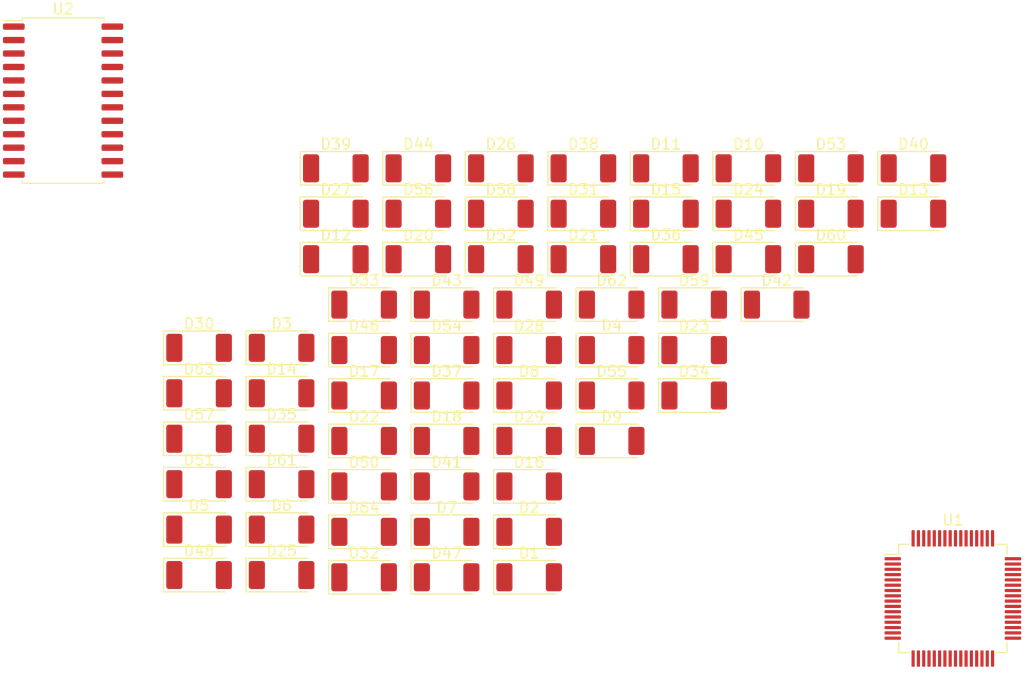
<source format=kicad_pcb>
(kicad_pcb (version 20211014) (generator pcbnew)
  (layers (0 "F.Cu" signal) (31 "B.Cu" signal) (34 "B.Paste" user) (35 "F.Paste" user) (36 "B.SilkS" user "B.Silkscreen") (37 "F.SilkS" user "F.Silkscreen") (38 "B.Mask" user) (39 "F.Mask" user) (44 "Edge.Cuts" user))
  (net 0 "")
  (net 65 "/Led Array/row0")
  (net 66 "/Led Array/col0")
  (net 67 "/Led Array/row1")
  (net 68 "/Led Array/row2")
  (net 69 "/Led Array/row3")
  (net 70 "/Led Array/row4")
  (net 71 "/Led Array/row5")
  (net 72 "/Led Array/row6")
  (net 73 "/Led Array/row7")
  (net 74 "/Led Array/col1")
  (net 75 "/Led Array/col2")
  (net 76 "/Led Array/col3")
  (net 77 "/Led Array/col4")
  (net 78 "/Led Array/col5")
  (net 79 "/Led Array/col6")
  (net 80 "/Led Array/col7")
  (net 82 "Net-(U2-Pad4)")
  (footprint "LED_SMD:LED_2010_5025Metric_Pad1.52x2.65mm_HandSolder" (layer "F.Cu") (at 86 92)
    (fp_text reference "D1" (at 0 -2.28) (layer "F.SilkS"))
    (fp_text value "LED")
    (pad "1" smd roundrect (at -2.3375 0) (size 1.525 2.65) (layers "F.Cu" "F.Paste" "F.Mask") (roundrect_rratio 0.163934) (net 65 "/Led Array/row0"))
    (pad "2" smd roundrect (at 2.3375 0) (size 1.525 2.65) (layers "F.Cu" "F.Paste" "F.Mask") (roundrect_rratio 0.163934) (net 66 "/Led Array/col0"))
  )
  (footprint "LED_SMD:LED_2010_5025Metric_Pad1.52x2.65mm_HandSolder" (layer "F.Cu") (at 86 79.13)
    (fp_text reference "D29" (at 0 -2.28) (layer "F.SilkS"))
    (fp_text value "LED")
    (pad "1" smd roundrect (at -2.3375 0) (size 1.525 2.65) (layers "F.Cu" "F.Paste" "F.Mask") (roundrect_rratio 0.163934) (net 70 "/Led Array/row4"))
    (pad "2" smd roundrect (at 2.3375 0) (size 1.525 2.65) (layers "F.Cu" "F.Paste" "F.Mask") (roundrect_rratio 0.163934) (net 76 "/Led Array/col3"))
  )
  (footprint "LED_SMD:LED_2010_5025Metric_Pad1.52x2.65mm_HandSolder" (layer "F.Cu") (at 70.42 74.84)
    (fp_text reference "D17" (at 0 -2.28) (layer "F.SilkS"))
    (fp_text value "LED")
    (pad "1" smd roundrect (at -2.3375 0) (size 1.525 2.65) (layers "F.Cu" "F.Paste" "F.Mask") (roundrect_rratio 0.163934) (net 65 "/Led Array/row0"))
    (pad "2" smd roundrect (at 2.3375 0) (size 1.525 2.65) (layers "F.Cu" "F.Paste" "F.Mask") (roundrect_rratio 0.163934) (net 75 "/Led Array/col2"))
  )
  (footprint "LED_SMD:LED_2010_5025Metric_Pad1.52x2.65mm_HandSolder" (layer "F.Cu") (at 91.12 57.68)
    (fp_text reference "D31" (at 0 -2.28) (layer "F.SilkS"))
    (fp_text value "LED")
    (pad "1" smd roundrect (at -2.3375 0) (size 1.525 2.65) (layers "F.Cu" "F.Paste" "F.Mask") (roundrect_rratio 0.163934) (net 72 "/Led Array/row6"))
    (pad "2" smd roundrect (at 2.3375 0) (size 1.525 2.65) (layers "F.Cu" "F.Paste" "F.Mask") (roundrect_rratio 0.163934) (net 76 "/Led Array/col3"))
  )
  (footprint "LED_SMD:LED_2010_5025Metric_Pad1.52x2.65mm_HandSolder" (layer "F.Cu") (at 78.21 92)
    (fp_text reference "D47" (at 0 -2.28) (layer "F.SilkS"))
    (fp_text value "LED")
    (pad "1" smd roundrect (at -2.3375 0) (size 1.525 2.65) (layers "F.Cu" "F.Paste" "F.Mask") (roundrect_rratio 0.163934) (net 72 "/Led Array/row6"))
    (pad "2" smd roundrect (at 2.3375 0) (size 1.525 2.65) (layers "F.Cu" "F.Paste" "F.Mask") (roundrect_rratio 0.163934) (net 78 "/Led Array/col5"))
  )
  (footprint "LED_SMD:LED_2010_5025Metric_Pad1.52x2.65mm_HandSolder" (layer "F.Cu") (at 62.63 91.79)
    (fp_text reference "D25" (at 0 -2.28) (layer "F.SilkS"))
    (fp_text value "LED")
    (pad "1" smd roundrect (at -2.3375 0) (size 1.525 2.65) (layers "F.Cu" "F.Paste" "F.Mask") (roundrect_rratio 0.163934) (net 65 "/Led Array/row0"))
    (pad "2" smd roundrect (at 2.3375 0) (size 1.525 2.65) (layers "F.Cu" "F.Paste" "F.Mask") (roundrect_rratio 0.163934) (net 76 "/Led Array/col3"))
  )
  (footprint "LED_SMD:LED_2010_5025Metric_Pad1.52x2.65mm_HandSolder" (layer "F.Cu") (at 78.21 83.42)
    (fp_text reference "D41" (at 0 -2.28) (layer "F.SilkS"))
    (fp_text value "LED")
    (pad "1" smd roundrect (at -2.3375 0) (size 1.525 2.65) (layers "F.Cu" "F.Paste" "F.Mask") (roundrect_rratio 0.163934) (net 65 "/Led Array/row0"))
    (pad "2" smd roundrect (at 2.3375 0) (size 1.525 2.65) (layers "F.Cu" "F.Paste" "F.Mask") (roundrect_rratio 0.163934) (net 78 "/Led Array/col5"))
  )
  (footprint "LED_SMD:LED_2010_5025Metric_Pad1.52x2.65mm_HandSolder" (layer "F.Cu") (at 83.33 57.68)
    (fp_text reference "D58" (at 0 -2.28) (layer "F.SilkS"))
    (fp_text value "LED")
    (pad "1" smd roundrect (at -2.3375 0) (size 1.525 2.65) (layers "F.Cu" "F.Paste" "F.Mask") (roundrect_rratio 0.163934) (net 67 "/Led Array/row1"))
    (pad "2" smd roundrect (at 2.3375 0) (size 1.525 2.65) (layers "F.Cu" "F.Paste" "F.Mask") (roundrect_rratio 0.163934) (net 80 "/Led Array/col7"))
  )
  (footprint "LED_SMD:LED_2010_5025Metric_Pad1.52x2.65mm_HandSolder" (layer "F.Cu") (at 75.54 57.68)
    (fp_text reference "D56" (at 0 -2.28) (layer "F.SilkS"))
    (fp_text value "LED")
    (pad "1" smd roundrect (at -2.3375 0) (size 1.525 2.65) (layers "F.Cu" "F.Paste" "F.Mask") (roundrect_rratio 0.163934) (net 73 "/Led Array/row7"))
    (pad "2" smd roundrect (at 2.3375 0) (size 1.525 2.65) (layers "F.Cu" "F.Paste" "F.Mask") (roundrect_rratio 0.163934) (net 79 "/Led Array/col6"))
  )
  (footprint "LED_SMD:LED_2010_5025Metric_Pad1.52x2.65mm_HandSolder" (layer "F.Cu") (at 78.21 74.84)
    (fp_text reference "D37" (at 0 -2.28) (layer "F.SilkS"))
    (fp_text value "LED")
    (pad "1" smd roundrect (at -2.3375 0) (size 1.525 2.65) (layers "F.Cu" "F.Paste" "F.Mask") (roundrect_rratio 0.163934) (net 70 "/Led Array/row4"))
    (pad "2" smd roundrect (at 2.3375 0) (size 1.525 2.65) (layers "F.Cu" "F.Paste" "F.Mask") (roundrect_rratio 0.163934) (net 77 "/Led Array/col4"))
  )
  (footprint "LED_SMD:LED_2010_5025Metric_Pad1.52x2.65mm_HandSolder" (layer "F.Cu") (at 75.54 61.97)
    (fp_text reference "D20" (at 0 -2.28) (layer "F.SilkS"))
    (fp_text value "LED")
    (pad "1" smd roundrect (at -2.3375 0) (size 1.525 2.65) (layers "F.Cu" "F.Paste" "F.Mask") (roundrect_rratio 0.163934) (net 69 "/Led Array/row3"))
    (pad "2" smd roundrect (at 2.3375 0) (size 1.525 2.65) (layers "F.Cu" "F.Paste" "F.Mask") (roundrect_rratio 0.163934) (net 75 "/Led Array/col2"))
  )
  (footprint "LED_SMD:LED_2010_5025Metric_Pad1.52x2.65mm_HandSolder" (layer "F.Cu") (at 54.84 83.21)
    (fp_text reference "D51" (at 0 -2.28) (layer "F.SilkS"))
    (fp_text value "LED")
    (pad "1" smd roundrect (at -2.3375 0) (size 1.525 2.65) (layers "F.Cu" "F.Paste" "F.Mask") (roundrect_rratio 0.163934) (net 68 "/Led Array/row2"))
    (pad "2" smd roundrect (at 2.3375 0) (size 1.525 2.65) (layers "F.Cu" "F.Paste" "F.Mask") (roundrect_rratio 0.163934) (net 79 "/Led Array/col6"))
  )
  (footprint "LED_SMD:LED_2010_5025Metric_Pad1.52x2.65mm_HandSolder" (layer "F.Cu") (at 106.7 61.97)
    (fp_text reference "D45" (at 0 -2.28) (layer "F.SilkS"))
    (fp_text value "LED")
    (pad "1" smd roundrect (at -2.3375 0) (size 1.525 2.65) (layers "F.Cu" "F.Paste" "F.Mask") (roundrect_rratio 0.163934) (net 70 "/Led Array/row4"))
    (pad "2" smd roundrect (at 2.3375 0) (size 1.525 2.65) (layers "F.Cu" "F.Paste" "F.Mask") (roundrect_rratio 0.163934) (net 78 "/Led Array/col5"))
  )
  (footprint "LED_SMD:LED_2010_5025Metric_Pad1.52x2.65mm_HandSolder" (layer "F.Cu") (at 114.49 57.68)
    (fp_text reference "D19" (at 0 -2.28) (layer "F.SilkS"))
    (fp_text value "LED")
    (pad "1" smd roundrect (at -2.3375 0) (size 1.525 2.65) (layers "F.Cu" "F.Paste" "F.Mask") (roundrect_rratio 0.163934) (net 68 "/Led Array/row2"))
    (pad "2" smd roundrect (at 2.3375 0) (size 1.525 2.65) (layers "F.Cu" "F.Paste" "F.Mask") (roundrect_rratio 0.163934) (net 75 "/Led Array/col2"))
  )
  (footprint "LED_SMD:LED_2010_5025Metric_Pad1.52x2.65mm_HandSolder" (layer "F.Cu") (at 109.37 66.26)
    (fp_text reference "D42" (at 0 -2.28) (layer "F.SilkS"))
    (fp_text value "LED")
    (pad "1" smd roundrect (at -2.3375 0) (size 1.525 2.65) (layers "F.Cu" "F.Paste" "F.Mask") (roundrect_rratio 0.163934) (net 67 "/Led Array/row1"))
    (pad "2" smd roundrect (at 2.3375 0) (size 1.525 2.65) (layers "F.Cu" "F.Paste" "F.Mask") (roundrect_rratio 0.163934) (net 78 "/Led Array/col5"))
  )
  (footprint "LED_SMD:LED_2010_5025Metric_Pad1.52x2.65mm_HandSolder" (layer "F.Cu") (at 114.49 61.97)
    (fp_text reference "D60" (at 0 -2.28) (layer "F.SilkS"))
    (fp_text value "LED")
    (pad "1" smd roundrect (at -2.3375 0) (size 1.525 2.65) (layers "F.Cu" "F.Paste" "F.Mask") (roundrect_rratio 0.163934) (net 69 "/Led Array/row3"))
    (pad "2" smd roundrect (at 2.3375 0) (size 1.525 2.65) (layers "F.Cu" "F.Paste" "F.Mask") (roundrect_rratio 0.163934) (net 80 "/Led Array/col7"))
  )
  (footprint "LED_SMD:LED_2010_5025Metric_Pad1.52x2.65mm_HandSolder" (layer "F.Cu") (at 54.84 91.79)
    (fp_text reference "D48" (at 0 -2.28) (layer "F.SilkS"))
    (fp_text value "LED")
    (pad "1" smd roundrect (at -2.3375 0) (size 1.525 2.65) (layers "F.Cu" "F.Paste" "F.Mask") (roundrect_rratio 0.163934) (net 73 "/Led Array/row7"))
    (pad "2" smd roundrect (at 2.3375 0) (size 1.525 2.65) (layers "F.Cu" "F.Paste" "F.Mask") (roundrect_rratio 0.163934) (net 78 "/Led Array/col5"))
  )
  (footprint "LED_SMD:LED_2010_5025Metric_Pad1.52x2.65mm_HandSolder" (layer "F.Cu") (at 93.79 70.55)
    (fp_text reference "D4" (at 0 -2.28) (layer "F.SilkS"))
    (fp_text value "LED")
    (pad "1" smd roundrect (at -2.3375 0) (size 1.525 2.65) (layers "F.Cu" "F.Paste" "F.Mask") (roundrect_rratio 0.163934) (net 69 "/Led Array/row3"))
    (pad "2" smd roundrect (at 2.3375 0) (size 1.525 2.65) (layers "F.Cu" "F.Paste" "F.Mask") (roundrect_rratio 0.163934) (net 66 "/Led Array/col0"))
  )
  (footprint "LED_SMD:LED_2010_5025Metric_Pad1.52x2.65mm_HandSolder" (layer "F.Cu") (at 98.91 57.68)
    (fp_text reference "D15" (at 0 -2.28) (layer "F.SilkS"))
    (fp_text value "LED")
    (pad "1" smd roundrect (at -2.3375 0) (size 1.525 2.65) (layers "F.Cu" "F.Paste" "F.Mask") (roundrect_rratio 0.163934) (net 72 "/Led Array/row6"))
    (pad "2" smd roundrect (at 2.3375 0) (size 1.525 2.65) (layers "F.Cu" "F.Paste" "F.Mask") (roundrect_rratio 0.163934) (net 74 "/Led Array/col1"))
  )
  (footprint "LED_SMD:LED_2010_5025Metric_Pad1.52x2.65mm_HandSolder" (layer "F.Cu") (at 67.75 53.39)
    (fp_text reference "D39" (at 0 -2.28) (layer "F.SilkS"))
    (fp_text value "LED")
    (pad "1" smd roundrect (at -2.3375 0) (size 1.525 2.65) (layers "F.Cu" "F.Paste" "F.Mask") (roundrect_rratio 0.163934) (net 72 "/Led Array/row6"))
    (pad "2" smd roundrect (at 2.3375 0) (size 1.525 2.65) (layers "F.Cu" "F.Paste" "F.Mask") (roundrect_rratio 0.163934) (net 77 "/Led Array/col4"))
  )
  (footprint "LED_SMD:LED_2010_5025Metric_Pad1.52x2.65mm_HandSolder" (layer "F.Cu") (at 70.42 79.13)
    (fp_text reference "D22" (at 0 -2.28) (layer "F.SilkS"))
    (fp_text value "LED")
    (pad "1" smd roundrect (at -2.3375 0) (size 1.525 2.65) (layers "F.Cu" "F.Paste" "F.Mask") (roundrect_rratio 0.163934) (net 71 "/Led Array/row5"))
    (pad "2" smd roundrect (at 2.3375 0) (size 1.525 2.65) (layers "F.Cu" "F.Paste" "F.Mask") (roundrect_rratio 0.163934) (net 75 "/Led Array/col2"))
  )
  (footprint "LED_SMD:LED_2010_5025Metric_Pad1.52x2.65mm_HandSolder" (layer "F.Cu") (at 93.79 66.26)
    (fp_text reference "D62" (at 0 -2.28) (layer "F.SilkS"))
    (fp_text value "LED")
    (pad "1" smd roundrect (at -2.3375 0) (size 1.525 2.65) (layers "F.Cu" "F.Paste" "F.Mask") (roundrect_rratio 0.163934) (net 71 "/Led Array/row5"))
    (pad "2" smd roundrect (at 2.3375 0) (size 1.525 2.65) (layers "F.Cu" "F.Paste" "F.Mask") (roundrect_rratio 0.163934) (net 80 "/Led Array/col7"))
  )
  (footprint "LED_SMD:LED_2010_5025Metric_Pad1.52x2.65mm_HandSolder" (layer "F.Cu") (at 54.84 70.34)
    (fp_text reference "D30" (at 0 -2.28) (layer "F.SilkS"))
    (fp_text value "LED")
    (pad "1" smd roundrect (at -2.3375 0) (size 1.525 2.65) (layers "F.Cu" "F.Paste" "F.Mask") (roundrect_rratio 0.163934) (net 71 "/Led Array/row5"))
    (pad "2" smd roundrect (at 2.3375 0) (size 1.525 2.65) (layers "F.Cu" "F.Paste" "F.Mask") (roundrect_rratio 0.163934) (net 76 "/Led Array/col3"))
  )
  (footprint "Package_SO:SOIC-24W_7.5x15.4mm_P1.27mm" (layer "F.Cu") (at 42 47)
    (fp_text reference "U2" (at 0 -8.65) (layer "F.SilkS"))
    (fp_text value "MAX7219")
    (pad "1" smd roundrect (at -4.65 -6.985) (size 2.05 0.6) (layers "F.Cu" "F.Paste" "F.Mask"))
    (pad "2" smd roundrect (at -4.65 -5.715) (size 2.05 0.6) (layers "F.Cu" "F.Paste" "F.Mask") (net 66 "/Led Array/col0"))
    (pad "3" smd roundrect (at -4.65 -4.445) (size 2.05 0.6) (layers "F.Cu" "F.Paste" "F.Mask") (net 77 "/Led Array/col4"))
    (pad "4" smd roundrect (at -4.65 -3.175) (size 2.05 0.6) (layers "F.Cu" "F.Paste" "F.Mask") (net 82 "Net-(U2-Pad4)"))
    (pad "5" smd roundrect (at -4.65 -1.905) (size 2.05 0.6) (layers "F.Cu" "F.Paste" "F.Mask") (net 79 "/Led Array/col6"))
    (pad "6" smd roundrect (at -4.65 -0.635) (size 2.05 0.6) (layers "F.Cu" "F.Paste" "F.Mask") (net 75 "/Led Array/col2"))
    (pad "7" smd roundrect (at -4.65 0.635) (size 2.05 0.6) (layers "F.Cu" "F.Paste" "F.Mask") (net 76 "/Led Array/col3"))
    (pad "8" smd roundrect (at -4.65 1.905) (size 2.05 0.6) (layers "F.Cu" "F.Paste" "F.Mask") (net 80 "/Led Array/col7"))
    (pad "9" smd roundrect (at -4.65 3.175) (size 2.05 0.6) (layers "F.Cu" "F.Paste" "F.Mask") (net 82 "Net-(U2-Pad4)"))
    (pad "10" smd roundrect (at -4.65 4.445) (size 2.05 0.6) (layers "F.Cu" "F.Paste" "F.Mask") (net 78 "/Led Array/col5"))
    (pad "11" smd roundrect (at -4.65 5.715) (size 2.05 0.6) (layers "F.Cu" "F.Paste" "F.Mask") (net 74 "/Led Array/col1"))
    (pad "12" smd roundrect (at -4.65 6.985) (size 2.05 0.6) (layers "F.Cu" "F.Paste" "F.Mask"))
    (pad "13" smd roundrect (at 4.65 6.985) (size 2.05 0.6) (layers "F.Cu" "F.Paste" "F.Mask"))
    (pad "14" smd roundrect (at 4.65 5.715) (size 2.05 0.6) (layers "F.Cu" "F.Paste" "F.Mask") (net 65 "/Led Array/row0"))
    (pad "15" smd roundrect (at 4.65 4.445) (size 2.05 0.6) (layers "F.Cu" "F.Paste" "F.Mask") (net 71 "/Led Array/row5"))
    (pad "16" smd roundrect (at 4.65 3.175) (size 2.05 0.6) (layers "F.Cu" "F.Paste" "F.Mask") (net 67 "/Led Array/row1"))
    (pad "17" smd roundrect (at 4.65 1.905) (size 2.05 0.6) (layers "F.Cu" "F.Paste" "F.Mask") (net 72 "/Led Array/row6"))
    (pad "18" smd roundrect (at 4.65 0.635) (size 2.05 0.6) (layers "F.Cu" "F.Paste" "F.Mask"))
    (pad "19" smd roundrect (at 4.65 -0.635) (size 2.05 0.6) (layers "F.Cu" "F.Paste" "F.Mask"))
    (pad "20" smd roundrect (at 4.65 -1.905) (size 2.05 0.6) (layers "F.Cu" "F.Paste" "F.Mask") (net 68 "/Led Array/row2"))
    (pad "21" smd roundrect (at 4.65 -3.175) (size 2.05 0.6) (layers "F.Cu" "F.Paste" "F.Mask") (net 70 "/Led Array/row4"))
    (pad "22" smd roundrect (at 4.65 -4.445) (size 2.05 0.6) (layers "F.Cu" "F.Paste" "F.Mask") (net 73 "/Led Array/row7"))
    (pad "23" smd roundrect (at 4.65 -5.715) (size 2.05 0.6) (layers "F.Cu" "F.Paste" "F.Mask") (net 69 "/Led Array/row3"))
    (pad "24" smd roundrect (at 4.65 -6.985) (size 2.05 0.6) (layers "F.Cu" "F.Paste" "F.Mask"))
  )
  (footprint "LED_SMD:LED_2010_5025Metric_Pad1.52x2.65mm_HandSolder" (layer "F.Cu") (at 114.49 53.39)
    (fp_text reference "D53" (at 0 -2.28) (layer "F.SilkS"))
    (fp_text value "LED")
    (pad "1" smd roundrect (at -2.3375 0) (size 1.525 2.65) (layers "F.Cu" "F.Paste" "F.Mask") (roundrect_rratio 0.163934) (net 70 "/Led Array/row4"))
    (pad "2" smd roundrect (at 2.3375 0) (size 1.525 2.65) (layers "F.Cu" "F.Paste" "F.Mask") (roundrect_rratio 0.163934) (net 79 "/Led Array/col6"))
  )
  (footprint "LED_SMD:LED_2010_5025Metric_Pad1.52x2.65mm_HandSolder" (layer "F.Cu") (at 70.42 83.42)
    (fp_text reference "D50" (at 0 -2.28) (layer "F.SilkS"))
    (fp_text value "LED")
    (pad "1" smd roundrect (at -2.3375 0) (size 1.525 2.65) (layers "F.Cu" "F.Paste" "F.Mask") (roundrect_rratio 0.163934) (net 67 "/Led Array/row1"))
    (pad "2" smd roundrect (at 2.3375 0) (size 1.525 2.65) (layers "F.Cu" "F.Paste" "F.Mask") (roundrect_rratio 0.163934) (net 79 "/Led Array/col6"))
  )
  (footprint "LED_SMD:LED_2010_5025Metric_Pad1.52x2.65mm_HandSolder" (layer "F.Cu") (at 62.63 74.63)
    (fp_text reference "D14" (at 0 -2.28) (layer "F.SilkS"))
    (fp_text value "LED")
    (pad "1" smd roundrect (at -2.3375 0) (size 1.525 2.65) (layers "F.Cu" "F.Paste" "F.Mask") (roundrect_rratio 0.163934) (net 71 "/Led Array/row5"))
    (pad "2" smd roundrect (at 2.3375 0) (size 1.525 2.65) (layers "F.Cu" "F.Paste" "F.Mask") (roundrect_rratio 0.163934) (net 74 "/Led Array/col1"))
  )
  (footprint "LED_SMD:LED_2010_5025Metric_Pad1.52x2.65mm_HandSolder" (layer "F.Cu") (at 75.54 53.39)
    (fp_text reference "D44" (at 0 -2.28) (layer "F.SilkS"))
    (fp_text value "LED")
    (pad "1" smd roundrect (at -2.3375 0) (size 1.525 2.65) (layers "F.Cu" "F.Paste" "F.Mask") (roundrect_rratio 0.163934) (net 69 "/Led Array/row3"))
    (pad "2" smd roundrect (at 2.3375 0) (size 1.525 2.65) (layers "F.Cu" "F.Paste" "F.Mask") (roundrect_rratio 0.163934) (net 78 "/Led Array/col5"))
  )
  (footprint "LED_SMD:LED_2010_5025Metric_Pad1.52x2.65mm_HandSolder" (layer "F.Cu") (at 78.21 66.26)
    (fp_text reference "D43" (at 0 -2.28) (layer "F.SilkS"))
    (fp_text value "LED")
    (pad "1" smd roundrect (at -2.3375 0) (size 1.525 2.65) (layers "F.Cu" "F.Paste" "F.Mask") (roundrect_rratio 0.163934) (net 68 "/Led Array/row2"))
    (pad "2" smd roundrect (at 2.3375 0) (size 1.525 2.65) (layers "F.Cu" "F.Paste" "F.Mask") (roundrect_rratio 0.163934) (net 78 "/Led Array/col5"))
  )
  (footprint "LED_SMD:LED_2010_5025Metric_Pad1.52x2.65mm_HandSolder" (layer "F.Cu") (at 98.91 53.39)
    (fp_text reference "D11" (at 0 -2.28) (layer "F.SilkS"))
    (fp_text value "LED")
    (pad "1" smd roundrect (at -2.3375 0) (size 1.525 2.65) (layers "F.Cu" "F.Paste" "F.Mask") (roundrect_rratio 0.163934) (net 68 "/Led Array/row2"))
    (pad "2" smd roundrect (at 2.3375 0) (size 1.525 2.65) (layers "F.Cu" "F.Paste" "F.Mask") (roundrect_rratio 0.163934) (net 74 "/Led Array/col1"))
  )
  (footprint "LED_SMD:LED_2010_5025Metric_Pad1.52x2.65mm_HandSolder" (layer "F.Cu") (at 98.91 61.97)
    (fp_text reference "D36" (at 0 -2.28) (layer "F.SilkS"))
    (fp_text value "LED")
    (pad "1" smd roundrect (at -2.3375 0) (size 1.525 2.65) (layers "F.Cu" "F.Paste" "F.Mask") (roundrect_rratio 0.163934) (net 69 "/Led Array/row3"))
    (pad "2" smd roundrect (at 2.3375 0) (size 1.525 2.65) (layers "F.Cu" "F.Paste" "F.Mask") (roundrect_rratio 0.163934) (net 77 "/Led Array/col4"))
  )
  (footprint "LED_SMD:LED_2010_5025Metric_Pad1.52x2.65mm_HandSolder" (layer "F.Cu") (at 86 74.84)
    (fp_text reference "D8" (at 0 -2.28) (layer "F.SilkS"))
    (fp_text value "LED")
    (pad "1" smd roundrect (at -2.3375 0) (size 1.525 2.65) (layers "F.Cu" "F.Paste" "F.Mask") (roundrect_rratio 0.163934) (net 73 "/Led Array/row7"))
    (pad "2" smd roundrect (at 2.3375 0) (size 1.525 2.65) (layers "F.Cu" "F.Paste" "F.Mask") (roundrect_rratio 0.163934) (net 66 "/Led Array/col0"))
  )
  (footprint "LED_SMD:LED_2010_5025Metric_Pad1.52x2.65mm_HandSolder" (layer "F.Cu") (at 106.7 53.39)
    (fp_text reference "D10" (at 0 -2.28) (layer "F.SilkS"))
    (fp_text value "LED")
    (pad "1" smd roundrect (at -2.3375 0) (size 1.525 2.65) (layers "F.Cu" "F.Paste" "F.Mask") (roundrect_rratio 0.163934) (net 67 "/Led Array/row1"))
    (pad "2" smd roundrect (at 2.3375 0) (size 1.525 2.65) (layers "F.Cu" "F.Paste" "F.Mask") (roundrect_rratio 0.163934) (net 74 "/Led Array/col1"))
  )
  (footprint "LED_SMD:LED_2010_5025Metric_Pad1.52x2.65mm_HandSolder" (layer "F.Cu") (at 86 66.26)
    (fp_text reference "D49" (at 0 -2.28) (layer "F.SilkS"))
    (fp_text value "LED")
    (pad "1" smd roundrect (at -2.3375 0) (size 1.525 2.65) (layers "F.Cu" "F.Paste" "F.Mask") (roundrect_rratio 0.163934) (net 65 "/Led Array/row0"))
    (pad "2" smd roundrect (at 2.3375 0) (size 1.525 2.65) (layers "F.Cu" "F.Paste" "F.Mask") (roundrect_rratio 0.163934) (net 79 "/Led Array/col6"))
  )
  (footprint "LED_SMD:LED_2010_5025Metric_Pad1.52x2.65mm_HandSolder" (layer "F.Cu") (at 86 87.71)
    (fp_text reference "D2" (at 0 -2.28) (layer "F.SilkS"))
    (fp_text value "LED")
    (pad "1" smd roundrect (at -2.3375 0) (size 1.525 2.65) (layers "F.Cu" "F.Paste" "F.Mask") (roundrect_rratio 0.163934) (net 67 "/Led Array/row1"))
    (pad "2" smd roundrect (at 2.3375 0) (size 1.525 2.65) (layers "F.Cu" "F.Paste" "F.Mask") (roundrect_rratio 0.163934) (net 66 "/Led Array/col0"))
  )
  (footprint "LED_SMD:LED_2010_5025Metric_Pad1.52x2.65mm_HandSolder" (layer "F.Cu") (at 83.33 61.97)
    (fp_text reference "D52" (at 0 -2.28) (layer "F.SilkS"))
    (fp_text value "LED")
    (pad "1" smd roundrect (at -2.3375 0) (size 1.525 2.65) (layers "F.Cu" "F.Paste" "F.Mask") (roundrect_rratio 0.163934) (net 69 "/Led Array/row3"))
    (pad "2" smd roundrect (at 2.3375 0) (size 1.525 2.65) (layers "F.Cu" "F.Paste" "F.Mask") (roundrect_rratio 0.163934) (net 79 "/Led Array/col6"))
  )
  (footprint "LED_SMD:LED_2010_5025Metric_Pad1.52x2.65mm_HandSolder" (layer "F.Cu") (at 70.42 92)
    (fp_text reference "D32" (at 0 -2.28) (layer "F.SilkS"))
    (fp_text value "LED")
    (pad "1" smd roundrect (at -2.3375 0) (size 1.525 2.65) (layers "F.Cu" "F.Paste" "F.Mask") (roundrect_rratio 0.163934) (net 73 "/Led Array/row7"))
    (pad "2" smd roundrect (at 2.3375 0) (size 1.525 2.65) (layers "F.Cu" "F.Paste" "F.Mask") (roundrect_rratio 0.163934) (net 76 "/Led Array/col3"))
  )
  (footprint "LED_SMD:LED_2010_5025Metric_Pad1.52x2.65mm_HandSolder" (layer "F.Cu") (at 67.75 61.97)
    (fp_text reference "D12" (at 0 -2.28) (layer "F.SilkS"))
    (fp_text value "LED")
    (pad "1" smd roundrect (at -2.3375 0) (size 1.525 2.65) (layers "F.Cu" "F.Paste" "F.Mask") (roundrect_rratio 0.163934) (net 69 "/Led Array/row3"))
    (pad "2" smd roundrect (at 2.3375 0) (size 1.525 2.65) (layers "F.Cu" "F.Paste" "F.Mask") (roundrect_rratio 0.163934) (net 74 "/Led Array/col1"))
  )
  (footprint "LED_SMD:LED_2010_5025Metric_Pad1.52x2.65mm_HandSolder" (layer "F.Cu") (at 78.21 79.13)
    (fp_text reference "D18" (at 0 -2.28) (layer "F.SilkS"))
    (fp_text value "LED")
    (pad "1" smd roundrect (at -2.3375 0) (size 1.525 2.65) (layers "F.Cu" "F.Paste" "F.Mask") (roundrect_rratio 0.163934) (net 67 "/Led Array/row1"))
    (pad "2" smd roundrect (at 2.3375 0) (size 1.525 2.65) (layers "F.Cu" "F.Paste" "F.Mask") (roundrect_rratio 0.163934) (net 75 "/Led Array/col2"))
  )
  (footprint "LED_SMD:LED_2010_5025Metric_Pad1.52x2.65mm_HandSolder" (layer "F.Cu") (at 93.79 79.13)
    (fp_text reference "D9" (at 0 -2.28) (layer "F.SilkS"))
    (fp_text value "LED")
    (pad "1" smd roundrect (at -2.3375 0) (size 1.525 2.65) (layers "F.Cu" "F.Paste" "F.Mask") (roundrect_rratio 0.163934) (net 65 "/Led Array/row0"))
    (pad "2" smd roundrect (at 2.3375 0) (size 1.525 2.65) (layers "F.Cu" "F.Paste" "F.Mask") (roundrect_rratio 0.163934) (net 74 "/Led Array/col1"))
  )
  (footprint "LED_SMD:LED_2010_5025Metric_Pad1.52x2.65mm_HandSolder" (layer "F.Cu") (at 62.63 87.5)
    (fp_text reference "D6" (at 0 -2.28) (layer "F.SilkS"))
    (fp_text value "LED")
    (pad "1" smd roundrect (at -2.3375 0) (size 1.525 2.65) (layers "F.Cu" "F.Paste" "F.Mask") (roundrect_rratio 0.163934) (net 71 "/Led Array/row5"))
    (pad "2" smd roundrect (at 2.3375 0) (size 1.525 2.65) (layers "F.Cu" "F.Paste" "F.Mask") (roundrect_rratio 0.163934) (net 66 "/Led Array/col0"))
  )
  (footprint "LED_SMD:LED_2010_5025Metric_Pad1.52x2.65mm_HandSolder" (layer "F.Cu") (at 78.21 87.71)
    (fp_text reference "D7" (at 0 -2.28) (layer "F.SilkS"))
    (fp_text value "LED")
    (pad "1" smd roundrect (at -2.3375 0) (size 1.525 2.65) (layers "F.Cu" "F.Paste" "F.Mask") (roundrect_rratio 0.163934) (net 72 "/Led Array/row6"))
    (pad "2" smd roundrect (at 2.3375 0) (size 1.525 2.65) (layers "F.Cu" "F.Paste" "F.Mask") (roundrect_rratio 0.163934) (net 66 "/Led Array/col0"))
  )
  (footprint "LED_SMD:LED_2010_5025Metric_Pad1.52x2.65mm_HandSolder" (layer "F.Cu") (at 91.12 61.97)
    (fp_text reference "D21" (at 0 -2.28) (layer "F.SilkS"))
    (fp_text value "LED")
    (pad "1" smd roundrect (at -2.3375 0) (size 1.525 2.65) (layers "F.Cu" "F.Paste" "F.Mask") (roundrect_rratio 0.163934) (net 70 "/Led Array/row4"))
    (pad "2" smd roundrect (at 2.3375 0) (size 1.525 2.65) (layers "F.Cu" "F.Paste" "F.Mask") (roundrect_rratio 0.163934) (net 75 "/Led Array/col2"))
  )
  (footprint "LED_SMD:LED_2010_5025Metric_Pad1.52x2.65mm_HandSolder" (layer "F.Cu") (at 78.21 70.55)
    (fp_text reference "D54" (at 0 -2.28) (layer "F.SilkS"))
    (fp_text value "LED")
    (pad "1" smd roundrect (at -2.3375 0) (size 1.525 2.65) (layers "F.Cu" "F.Paste" "F.Mask") (roundrect_rratio 0.163934) (net 71 "/Led Array/row5"))
    (pad "2" smd roundrect (at 2.3375 0) (size 1.525 2.65) (layers "F.Cu" "F.Paste" "F.Mask") (roundrect_rratio 0.163934) (net 79 "/Led Array/col6"))
  )
  (footprint "LED_SMD:LED_2010_5025Metric_Pad1.52x2.65mm_HandSolder" (layer "F.Cu") (at 70.42 70.55)
    (fp_text reference "D46" (at 0 -2.28) (layer "F.SilkS"))
    (fp_text value "LED")
    (pad "1" smd roundrect (at -2.3375 0) (size 1.525 2.65) (layers "F.Cu" "F.Paste" "F.Mask") (roundrect_rratio 0.163934) (net 71 "/Led Array/row5"))
    (pad "2" smd roundrect (at 2.3375 0) (size 1.525 2.65) (layers "F.Cu" "F.Paste" "F.Mask") (roundrect_rratio 0.163934) (net 78 "/Led Array/col5"))
  )
  (footprint "LED_SMD:LED_2010_5025Metric_Pad1.52x2.65mm_HandSolder" (layer "F.Cu") (at 70.42 66.26)
    (fp_text reference "D33" (at 0 -2.28) (layer "F.SilkS"))
    (fp_text value "LED")
    (pad "1" smd roundrect (at -2.3375 0) (size 1.525 2.65) (layers "F.Cu" "F.Paste" "F.Mask") (roundrect_rratio 0.163934) (net 65 "/Led Array/row0"))
    (pad "2" smd roundrect (at 2.3375 0) (size 1.525 2.65) (layers "F.Cu" "F.Paste" "F.Mask") (roundrect_rratio 0.163934) (net 77 "/Led Array/col4"))
  )
  (footprint "LED_SMD:LED_2010_5025Metric_Pad1.52x2.65mm_HandSolder" (layer "F.Cu") (at 106.7 57.68)
    (fp_text reference "D24" (at 0 -2.28) (layer "F.SilkS"))
    (fp_text value "LED")
    (pad "1" smd roundrect (at -2.3375 0) (size 1.525 2.65) (layers "F.Cu" "F.Paste" "F.Mask") (roundrect_rratio 0.163934) (net 73 "/Led Array/row7"))
    (pad "2" smd roundrect (at 2.3375 0) (size 1.525 2.65) (layers "F.Cu" "F.Paste" "F.Mask") (roundrect_rratio 0.163934) (net 75 "/Led Array/col2"))
  )
  (footprint "LED_SMD:LED_2010_5025Metric_Pad1.52x2.65mm_HandSolder" (layer "F.Cu") (at 54.84 74.63)
    (fp_text reference "D63" (at 0 -2.28) (layer "F.SilkS"))
    (fp_text value "LED")
    (pad "1" smd roundrect (at -2.3375 0) (size 1.525 2.65) (layers "F.Cu" "F.Paste" "F.Mask") (roundrect_rratio 0.163934) (net 72 "/Led Array/row6"))
    (pad "2" smd roundrect (at 2.3375 0) (size 1.525 2.65) (layers "F.Cu" "F.Paste" "F.Mask") (roundrect_rratio 0.163934) (net 80 "/Led Array/col7"))
  )
  (footprint "LED_SMD:LED_2010_5025Metric_Pad1.52x2.65mm_HandSolder" (layer "F.Cu") (at 86 70.55)
    (fp_text reference "D28" (at 0 -2.28) (layer "F.SilkS"))
    (fp_text value "LED")
    (pad "1" smd roundrect (at -2.3375 0) (size 1.525 2.65) (layers "F.Cu" "F.Paste" "F.Mask") (roundrect_rratio 0.163934) (net 69 "/Led Array/row3"))
    (pad "2" smd roundrect (at 2.3375 0) (size 1.525 2.65) (layers "F.Cu" "F.Paste" "F.Mask") (roundrect_rratio 0.163934) (net 76 "/Led Array/col3"))
  )
  (footprint "LED_SMD:LED_2010_5025Metric_Pad1.52x2.65mm_HandSolder" (layer "F.Cu") (at 62.63 83.21)
    (fp_text reference "D61" (at 0 -2.28) (layer "F.SilkS"))
    (fp_text value "LED")
    (pad "1" smd roundrect (at -2.3375 0) (size 1.525 2.65) (layers "F.Cu" "F.Paste" "F.Mask") (roundrect_rratio 0.163934) (net 70 "/Led Array/row4"))
    (pad "2" smd roundrect (at 2.3375 0) (size 1.525 2.65) (layers "F.Cu" "F.Paste" "F.Mask") (roundrect_rratio 0.163934) (net 80 "/Led Array/col7"))
  )
  (footprint "LED_SMD:LED_2010_5025Metric_Pad1.52x2.65mm_HandSolder" (layer "F.Cu") (at 122.28 57.68)
    (fp_text reference "D13" (at 0 -2.28) (layer "F.SilkS"))
    (fp_text value "LED")
    (pad "1" smd roundrect (at -2.3375 0) (size 1.525 2.65) (layers "F.Cu" "F.Paste" "F.Mask") (roundrect_rratio 0.163934) (net 70 "/Led Array/row4"))
    (pad "2" smd roundrect (at 2.3375 0) (size 1.525 2.65) (layers "F.Cu" "F.Paste" "F.Mask") (roundrect_rratio 0.163934) (net 74 "/Led Array/col1"))
  )
  (footprint "LED_SMD:LED_2010_5025Metric_Pad1.52x2.65mm_HandSolder" (layer "F.Cu") (at 54.84 87.5)
    (fp_text reference "D5" (at 0 -2.28) (layer "F.SilkS"))
    (fp_text value "LED")
    (pad "1" smd roundrect (at -2.3375 0) (size 1.525 2.65) (layers "F.Cu" "F.Paste" "F.Mask") (roundrect_rratio 0.163934) (net 70 "/Led Array/row4"))
    (pad "2" smd roundrect (at 2.3375 0) (size 1.525 2.65) (layers "F.Cu" "F.Paste" "F.Mask") (roundrect_rratio 0.163934) (net 66 "/Led Array/col0"))
  )
  (footprint "LED_SMD:LED_2010_5025Metric_Pad1.52x2.65mm_HandSolder" (layer "F.Cu") (at 86 83.42)
    (fp_text reference "D16" (at 0 -2.28) (layer "F.SilkS"))
    (fp_text value "LED")
    (pad "1" smd roundrect (at -2.3375 0) (size 1.525 2.65) (layers "F.Cu" "F.Paste" "F.Mask") (roundrect_rratio 0.163934) (net 73 "/Led Array/row7"))
    (pad "2" smd roundrect (at 2.3375 0) (size 1.525 2.65) (layers "F.Cu" "F.Paste" "F.Mask") (roundrect_rratio 0.163934) (net 74 "/Led Array/col1"))
  )
  (footprint "LED_SMD:LED_2010_5025Metric_Pad1.52x2.65mm_HandSolder" (layer "F.Cu") (at 62.63 70.34)
    (fp_text reference "D3" (at 0 -2.28) (layer "F.SilkS"))
    (fp_text value "LED")
    (pad "1" smd roundrect (at -2.3375 0) (size 1.525 2.65) (layers "F.Cu" "F.Paste" "F.Mask") (roundrect_rratio 0.163934) (net 68 "/Led Array/row2"))
    (pad "2" smd roundrect (at 2.3375 0) (size 1.525 2.65) (layers "F.Cu" "F.Paste" "F.Mask") (roundrect_rratio 0.163934) (net 66 "/Led Array/col0"))
  )
  (footprint "LED_SMD:LED_2010_5025Metric_Pad1.52x2.65mm_HandSolder" (layer "F.Cu") (at 101.58 74.84)
    (fp_text reference "D34" (at 0 -2.28) (layer "F.SilkS"))
    (fp_text value "LED")
    (pad "1" smd roundrect (at -2.3375 0) (size 1.525 2.65) (layers "F.Cu" "F.Paste" "F.Mask") (roundrect_rratio 0.163934) (net 67 "/Led Array/row1"))
    (pad "2" smd roundrect (at 2.3375 0) (size 1.525 2.65) (layers "F.Cu" "F.Paste" "F.Mask") (roundrect_rratio 0.163934) (net 77 "/Led Array/col4"))
  )
  (footprint "LED_SMD:LED_2010_5025Metric_Pad1.52x2.65mm_HandSolder" (layer "F.Cu") (at 70.42 87.71)
    (fp_text reference "D64" (at 0 -2.28) (layer "F.SilkS"))
    (fp_text value "LED")
    (pad "1" smd roundrect (at -2.3375 0) (size 1.525 2.65) (layers "F.Cu" "F.Paste" "F.Mask") (roundrect_rratio 0.163934) (net 73 "/Led Array/row7"))
    (pad "2" smd roundrect (at 2.3375 0) (size 1.525 2.65) (layers "F.Cu" "F.Paste" "F.Mask") (roundrect_rratio 0.163934) (net 80 "/Led Array/col7"))
  )
  (footprint "LED_SMD:LED_2010_5025Metric_Pad1.52x2.65mm_HandSolder" (layer "F.Cu") (at 122.28 53.39)
    (fp_text reference "D40" (at 0 -2.28) (layer "F.SilkS"))
    (fp_text value "LED")
    (pad "1" smd roundrect (at -2.3375 0) (size 1.525 2.65) (layers "F.Cu" "F.Paste" "F.Mask") (roundrect_rratio 0.163934) (net 73 "/Led Array/row7"))
    (pad "2" smd roundrect (at 2.3375 0) (size 1.525 2.65) (layers "F.Cu" "F.Paste" "F.Mask") (roundrect_rratio 0.163934) (net 77 "/Led Array/col4"))
  )
  (footprint "LED_SMD:LED_2010_5025Metric_Pad1.52x2.65mm_HandSolder" (layer "F.Cu") (at 101.58 66.26)
    (fp_text reference "D59" (at 0 -2.28) (layer "F.SilkS"))
    (fp_text value "LED")
    (pad "1" smd roundrect (at -2.3375 0) (size 1.525 2.65) (layers "F.Cu" "F.Paste" "F.Mask") (roundrect_rratio 0.163934) (net 68 "/Led Array/row2"))
    (pad "2" smd roundrect (at 2.3375 0) (size 1.525 2.65) (layers "F.Cu" "F.Paste" "F.Mask") (roundrect_rratio 0.163934) (net 80 "/Led Array/col7"))
  )
  (footprint "LED_SMD:LED_2010_5025Metric_Pad1.52x2.65mm_HandSolder" (layer "F.Cu") (at 83.33 53.39)
    (fp_text reference "D26" (at 0 -2.28) (layer "F.SilkS"))
    (fp_text value "LED")
    (pad "1" smd roundrect (at -2.3375 0) (size 1.525 2.65) (layers "F.Cu" "F.Paste" "F.Mask") (roundrect_rratio 0.163934) (net 67 "/Led Array/row1"))
    (pad "2" smd roundrect (at 2.3375 0) (size 1.525 2.65) (layers "F.Cu" "F.Paste" "F.Mask") (roundrect_rratio 0.163934) (net 76 "/Led Array/col3"))
  )
  (footprint "LED_SMD:LED_2010_5025Metric_Pad1.52x2.65mm_HandSolder" (layer "F.Cu") (at 67.75 57.68)
    (fp_text reference "D27" (at 0 -2.28) (layer "F.SilkS"))
    (fp_text value "LED")
    (pad "1" smd roundrect (at -2.3375 0) (size 1.525 2.65) (layers "F.Cu" "F.Paste" "F.Mask") (roundrect_rratio 0.163934) (net 68 "/Led Array/row2"))
    (pad "2" smd roundrect (at 2.3375 0) (size 1.525 2.65) (layers "F.Cu" "F.Paste" "F.Mask") (roundrect_rratio 0.163934) (net 76 "/Led Array/col3"))
  )
  (footprint "Package_QFP:LQFP-64_10x10mm_P0.5mm" (layer "F.Cu") (at 126 94)
    (fp_text reference "U1" (at 0 -7.4) (layer "F.SilkS"))
    (fp_text value "STM32F303RCTx")
    (pad "1" smd roundrect (at -5.675 -3.75) (size 1.55 0.3) (layers "F.Cu" "F.Paste" "F.Mask"))
    (pad "2" smd roundrect (at -5.675 -3.25) (size 1.55 0.3) (layers "F.Cu" "F.Paste" "F.Mask"))
    (pad "3" smd roundrect (at -5.675 -2.75) (size 1.55 0.3) (layers "F.Cu" "F.Paste" "F.Mask"))
    (pad "4" smd roundrect (at -5.675 -2.25) (size 1.55 0.3) (layers "F.Cu" "F.Paste" "F.Mask"))
    (pad "5" smd roundrect (at -5.675 -1.75) (size 1.55 0.3) (layers "F.Cu" "F.Paste" "F.Mask"))
    (pad "6" smd roundrect (at -5.675 -1.25) (size 1.55 0.3) (layers "F.Cu" "F.Paste" "F.Mask"))
    (pad "7" smd roundrect (at -5.675 -0.75) (size 1.55 0.3) (layers "F.Cu" "F.Paste" "F.Mask"))
    (pad "8" smd roundrect (at -5.675 -0.25) (size 1.55 0.3) (layers "F.Cu" "F.Paste" "F.Mask"))
    (pad "9" smd roundrect (at -5.675 0.25) (size 1.55 0.3) (layers "F.Cu" "F.Paste" "F.Mask"))
    (pad "10" smd roundrect (at -5.675 0.75) (size 1.55 0.3) (layers "F.Cu" "F.Paste" "F.Mask"))
    (pad "11" smd roundrect (at -5.675 1.25) (size 1.55 0.3) (layers "F.Cu" "F.Paste" "F.Mask"))
    (pad "12" smd roundrect (at -5.675 1.75) (size 1.55 0.3) (layers "F.Cu" "F.Paste" "F.Mask"))
    (pad "13" smd roundrect (at -5.675 2.25) (size 1.55 0.3) (layers "F.Cu" "F.Paste" "F.Mask"))
    (pad "14" smd roundrect (at -5.675 2.75) (size 1.55 0.3) (layers "F.Cu" "F.Paste" "F.Mask"))
    (pad "15" smd roundrect (at -5.675 3.25) (size 1.55 0.3) (layers "F.Cu" "F.Paste" "F.Mask"))
    (pad "16" smd roundrect (at -5.675 3.75) (size 1.55 0.3) (layers "F.Cu" "F.Paste" "F.Mask"))
    (pad "17" smd roundrect (at -3.75 5.675) (size 0.3 1.55) (layers "F.Cu" "F.Paste" "F.Mask"))
    (pad "18" smd roundrect (at -3.25 5.675) (size 0.3 1.55) (layers "F.Cu" "F.Paste" "F.Mask"))
    (pad "19" smd roundrect (at -2.75 5.675) (size 0.3 1.55) (layers "F.Cu" "F.Paste" "F.Mask"))
    (pad "20" smd roundrect (at -2.25 5.675) (size 0.3 1.55) (layers "F.Cu" "F.Paste" "F.Mask"))
    (pad "21" smd roundrect (at -1.75 5.675) (size 0.3 1.55) (layers "F.Cu" "F.Paste" "F.Mask"))
    (pad "22" smd roundrect (at -1.25 5.675) (size 0.3 1.55) (layers "F.Cu" "F.Paste" "F.Mask"))
    (pad "23" smd roundrect (at -0.75 5.675) (size 0.3 1.55) (layers "F.Cu" "F.Paste" "F.Mask"))
    (pad "24" smd roundrect (at -0.25 5.675) (size 0.3 1.55) (layers "F.Cu" "F.Paste" "F.Mask"))
    (pad "25" smd roundrect (at 0.25 5.675) (size 0.3 1.55) (layers "F.Cu" "F.Paste" "F.Mask"))
    (pad "26" smd roundrect (at 0.75 5.675) (size 0.3 1.55) (layers "F.Cu" "F.Paste" "F.Mask"))
    (pad "27" smd roundrect (at 1.25 5.675) (size 0.3 1.55) (layers "F.Cu" "F.Paste" "F.Mask"))
    (pad "28" smd roundrect (at 1.75 5.675) (size 0.3 1.55) (layers "F.Cu" "F.Paste" "F.Mask"))
    (pad "29" smd roundrect (at 2.25 5.675) (size 0.3 1.55) (layers "F.Cu" "F.Paste" "F.Mask"))
    (pad "30" smd roundrect (at 2.75 5.675) (size 0.3 1.55) (layers "F.Cu" "F.Paste" "F.Mask"))
    (pad "31" smd roundrect (at 3.25 5.675) (size 0.3 1.55) (layers "F.Cu" "F.Paste" "F.Mask"))
    (pad "32" smd roundrect (at 3.75 5.675) (size 0.3 1.55) (layers "F.Cu" "F.Paste" "F.Mask"))
    (pad "33" smd roundrect (at 5.675 3.75) (size 1.55 0.3) (layers "F.Cu" "F.Paste" "F.Mask"))
    (pad "34" smd roundrect (at 5.675 3.25) (size 1.55 0.3) (layers "F.Cu" "F.Paste" "F.Mask"))
    (pad "35" smd roundrect (at 5.675 2.75) (size 1.55 0.3) (layers "F.Cu" "F.Paste" "F.Mask"))
    (pad "36" smd roundrect (at 5.675 2.25) (size 1.55 0.3) (layers "F.Cu" "F.Paste" "F.Mask"))
    (pad "37" smd roundrect (at 5.675 1.75) (size 1.55 0.3) (layers "F.Cu" "F.Paste" "F.Mask"))
    (pad "38" smd roundrect (at 5.675 1.25) (size 1.55 0.3) (layers "F.Cu" "F.Paste" "F.Mask"))
    (pad "39" smd roundrect (at 5.675 0.75) (size 1.55 0.3) (layers "F.Cu" "F.Paste" "F.Mask"))
    (pad "40" smd roundrect (at 5.675 0.25) (size 1.55 0.3) (layers "F.Cu" "F.Paste" "F.Mask"))
    (pad "41" smd roundrect (at 5.675 -0.25) (size 1.55 0.3) (layers "F.Cu" "F.Paste" "F.Mask"))
    (pad "42" smd roundrect (at 5.675 -0.75) (size 1.55 0.3) (layers "F.Cu" "F.Paste" "F.Mask"))
    (pad "43" smd roundrect (at 5.675 -1.25) (size 1.55 0.3) (layers "F.Cu" "F.Paste" "F.Mask"))
    (pad "44" smd roundrect (at 5.675 -1.75) (size 1.55 0.3) (layers "F.Cu" "F.Paste" "F.Mask"))
    (pad "45" smd roundrect (at 5.675 -2.25) (size 1.55 0.3) (layers "F.Cu" "F.Paste" "F.Mask"))
    (pad "46" smd roundrect (at 5.675 -2.75) (size 1.55 0.3) (layers "F.Cu" "F.Paste" "F.Mask"))
    (pad "47" smd roundrect (at 5.675 -3.25) (size 1.55 0.3) (layers "F.Cu" "F.Paste" "F.Mask"))
    (pad "48" smd roundrect (at 5.675 -3.75) (size 1.55 0.3) (layers "F.Cu" "F.Paste" "F.Mask"))
    (pad "49" smd roundrect (at 3.75 -5.675) (size 0.3 1.55) (layers "F.Cu" "F.Paste" "F.Mask"))
    (pad "50" smd roundrect (at 3.25 -5.675) (size 0.3 1.55) (layers "F.Cu" "F.Paste" "F.Mask"))
    (pad "51" smd roundrect (at 2.75 -5.675) (size 0.3 1.55) (layers "F.Cu" "F.Paste" "F.Mask"))
    (pad "52" smd roundrect (at 2.25 -5.675) (size 0.3 1.55) (layers "F.Cu" "F.Paste" "F.Mask"))
    (pad "53" smd roundrect (at 1.75 -5.675) (size 0.3 1.55) (layers "F.Cu" "F.Paste" "F.Mask"))
    (pad "54" smd roundrect (at 1.25 -5.675) (size 0.3 1.55) (layers "F.Cu" "F.Paste" "F.Mask"))
    (pad "55" smd roundrect (at 0.75 -5.675) (size 0.3 1.55) (layers "F.Cu" "F.Paste" "F.Mask"))
    (pad "56" smd roundrect (at 0.25 -5.675) (size 0.3 1.55) (layers "F.Cu" "F.Paste" "F.Mask"))
    (pad "57" smd roundrect (at -0.25 -5.675) (size 0.3 1.55) (layers "F.Cu" "F.Paste" "F.Mask"))
    (pad "58" smd roundrect (at -0.75 -5.675) (size 0.3 1.55) (layers "F.Cu" "F.Paste" "F.Mask"))
    (pad "59" smd roundrect (at -1.25 -5.675) (size 0.3 1.55) (layers "F.Cu" "F.Paste" "F.Mask"))
    (pad "60" smd roundrect (at -1.75 -5.675) (size 0.3 1.55) (layers "F.Cu" "F.Paste" "F.Mask"))
    (pad "61" smd roundrect (at -2.25 -5.675) (size 0.3 1.55) (layers "F.Cu" "F.Paste" "F.Mask"))
    (pad "62" smd roundrect (at -2.75 -5.675) (size 0.3 1.55) (layers "F.Cu" "F.Paste" "F.Mask"))
    (pad "63" smd roundrect (at -3.25 -5.675) (size 0.3 1.55) (layers "F.Cu" "F.Paste" "F.Mask"))
    (pad "64" smd roundrect (at -3.75 -5.675) (size 0.3 1.55) (layers "F.Cu" "F.Paste" "F.Mask"))
  )
  (footprint "LED_SMD:LED_2010_5025Metric_Pad1.52x2.65mm_HandSolder" (layer "F.Cu") (at 101.58 70.55)
    (fp_text reference "D23" (at 0 -2.28) (layer "F.SilkS"))
    (fp_text value "LED")
    (pad "1" smd roundrect (at -2.3375 0) (size 1.525 2.65) (layers "F.Cu" "F.Paste" "F.Mask") (roundrect_rratio 0.163934) (net 72 "/Led Array/row6"))
    (pad "2" smd roundrect (at 2.3375 0) (size 1.525 2.65) (layers "F.Cu" "F.Paste" "F.Mask") (roundrect_rratio 0.163934) (net 75 "/Led Array/col2"))
  )
  (footprint "LED_SMD:LED_2010_5025Metric_Pad1.52x2.65mm_HandSolder" (layer "F.Cu") (at 91.12 53.39)
    (fp_text reference "D38" (at 0 -2.28) (layer "F.SilkS"))
    (fp_text value "LED")
    (pad "1" smd roundrect (at -2.3375 0) (size 1.525 2.65) (layers "F.Cu" "F.Paste" "F.Mask") (roundrect_rratio 0.163934) (net 71 "/Led Array/row5"))
    (pad "2" smd roundrect (at 2.3375 0) (size 1.525 2.65) (layers "F.Cu" "F.Paste" "F.Mask") (roundrect_rratio 0.163934) (net 77 "/Led Array/col4"))
  )
  (footprint "LED_SMD:LED_2010_5025Metric_Pad1.52x2.65mm_HandSolder" (layer "F.Cu") (at 93.79 74.84)
    (fp_text reference "D55" (at 0 -2.28) (layer "F.SilkS"))
    (fp_text value "LED")
    (pad "1" smd roundrect (at -2.3375 0) (size 1.525 2.65) (layers "F.Cu" "F.Paste" "F.Mask") (roundrect_rratio 0.163934) (net 72 "/Led Array/row6"))
    (pad "2" smd roundrect (at 2.3375 0) (size 1.525 2.65) (layers "F.Cu" "F.Paste" "F.Mask") (roundrect_rratio 0.163934) (net 79 "/Led Array/col6"))
  )
  (footprint "LED_SMD:LED_2010_5025Metric_Pad1.52x2.65mm_HandSolder" (layer "F.Cu") (at 62.63 78.92)
    (fp_text reference "D35" (at 0 -2.28) (layer "F.SilkS"))
    (fp_text value "LED")
    (pad "1" smd roundrect (at -2.3375 0) (size 1.525 2.65) (layers "F.Cu" "F.Paste" "F.Mask") (roundrect_rratio 0.163934) (net 68 "/Led Array/row2"))
    (pad "2" smd roundrect (at 2.3375 0) (size 1.525 2.65) (layers "F.Cu" "F.Paste" "F.Mask") (roundrect_rratio 0.163934) (net 77 "/Led Array/col4"))
  )
  (footprint "LED_SMD:LED_2010_5025Metric_Pad1.52x2.65mm_HandSolder" (layer "F.Cu") (at 54.84 78.92)
    (fp_text reference "D57" (at 0 -2.28) (layer "F.SilkS"))
    (fp_text value "LED")
    (pad "1" smd roundrect (at -2.3375 0) (size 1.525 2.65) (layers "F.Cu" "F.Paste" "F.Mask") (roundrect_rratio 0.163934) (net 65 "/Led Array/row0"))
    (pad "2" smd roundrect (at 2.3375 0) (size 1.525 2.65) (layers "F.Cu" "F.Paste" "F.Mask") (roundrect_rratio 0.163934) (net 80 "/Led Array/col7"))
  )
)
</source>
